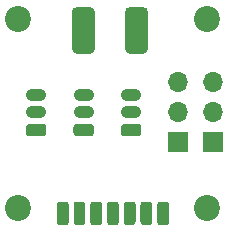
<source format=gbr>
%TF.GenerationSoftware,KiCad,Pcbnew,(5.1.9)-1*%
%TF.CreationDate,2021-10-26T22:47:50+01:00*%
%TF.ProjectId,Top hat 16mm Blade,546f7020-6861-4742-9031-366d6d20426c,rev?*%
%TF.SameCoordinates,Original*%
%TF.FileFunction,Soldermask,Top*%
%TF.FilePolarity,Negative*%
%FSLAX46Y46*%
G04 Gerber Fmt 4.6, Leading zero omitted, Abs format (unit mm)*
G04 Created by KiCad (PCBNEW (5.1.9)-1) date 2021-10-26 22:47:50*
%MOMM*%
%LPD*%
G01*
G04 APERTURE LIST*
%ADD10O,1.700000X1.700000*%
%ADD11R,1.700000X1.700000*%
%ADD12O,1.730000X1.030000*%
%ADD13C,2.200000*%
G04 APERTURE END LIST*
%TO.C,J9*%
G36*
G01*
X169000000Y-148500000D02*
X169000000Y-145500000D01*
G75*
G02*
X169500000Y-145000000I500000J0D01*
G01*
X170500000Y-145000000D01*
G75*
G02*
X171000000Y-145500000I0J-500000D01*
G01*
X171000000Y-148500000D01*
G75*
G02*
X170500000Y-149000000I-500000J0D01*
G01*
X169500000Y-149000000D01*
G75*
G02*
X169000000Y-148500000I0J500000D01*
G01*
G37*
%TD*%
%TO.C,J8*%
G36*
G01*
X164500000Y-148500000D02*
X164500000Y-145500000D01*
G75*
G02*
X165000000Y-145000000I500000J0D01*
G01*
X166000000Y-145000000D01*
G75*
G02*
X166500000Y-145500000I0J-500000D01*
G01*
X166500000Y-148500000D01*
G75*
G02*
X166000000Y-149000000I-500000J0D01*
G01*
X165000000Y-149000000D01*
G75*
G02*
X164500000Y-148500000I0J500000D01*
G01*
G37*
%TD*%
D10*
%TO.C,J14*%
X176500000Y-151370000D03*
X176500000Y-153910000D03*
D11*
X176500000Y-156450000D03*
%TD*%
D10*
%TO.C,J13*%
X173500000Y-151370000D03*
X173500000Y-153910000D03*
D11*
X173500000Y-156450000D03*
%TD*%
D12*
%TO.C,J12*%
X169545000Y-152440000D03*
X169545000Y-153940000D03*
G36*
G01*
X170160001Y-155955000D02*
X168929999Y-155955000D01*
G75*
G02*
X168680000Y-155705001I0J249999D01*
G01*
X168680000Y-155174999D01*
G75*
G02*
X168929999Y-154925000I249999J0D01*
G01*
X170160001Y-154925000D01*
G75*
G02*
X170410000Y-155174999I0J-249999D01*
G01*
X170410000Y-155705001D01*
G75*
G02*
X170160001Y-155955000I-249999J0D01*
G01*
G37*
%TD*%
%TO.C,J11*%
X165522500Y-152440000D03*
X165522500Y-153940000D03*
G36*
G01*
X166137501Y-155955000D02*
X164907499Y-155955000D01*
G75*
G02*
X164657500Y-155705001I0J249999D01*
G01*
X164657500Y-155174999D01*
G75*
G02*
X164907499Y-154925000I249999J0D01*
G01*
X166137501Y-154925000D01*
G75*
G02*
X166387500Y-155174999I0J-249999D01*
G01*
X166387500Y-155705001D01*
G75*
G02*
X166137501Y-155955000I-249999J0D01*
G01*
G37*
%TD*%
%TO.C,J10*%
X161500000Y-152440000D03*
X161500000Y-153940000D03*
G36*
G01*
X162115001Y-155955000D02*
X160884999Y-155955000D01*
G75*
G02*
X160635000Y-155705001I0J249999D01*
G01*
X160635000Y-155174999D01*
G75*
G02*
X160884999Y-154925000I249999J0D01*
G01*
X162115001Y-154925000D01*
G75*
G02*
X162365000Y-155174999I0J-249999D01*
G01*
X162365000Y-155705001D01*
G75*
G02*
X162115001Y-155955000I-249999J0D01*
G01*
G37*
%TD*%
%TO.C,J7*%
G36*
G01*
X171750000Y-163250000D02*
X171750000Y-161750000D01*
G75*
G02*
X172000000Y-161500000I250000J0D01*
G01*
X172500000Y-161500000D01*
G75*
G02*
X172750000Y-161750000I0J-250000D01*
G01*
X172750000Y-163250000D01*
G75*
G02*
X172500000Y-163500000I-250000J0D01*
G01*
X172000000Y-163500000D01*
G75*
G02*
X171750000Y-163250000I0J250000D01*
G01*
G37*
%TD*%
%TO.C,J6*%
G36*
G01*
X170333330Y-163250000D02*
X170333330Y-161750000D01*
G75*
G02*
X170583330Y-161500000I250000J0D01*
G01*
X171083330Y-161500000D01*
G75*
G02*
X171333330Y-161750000I0J-250000D01*
G01*
X171333330Y-163250000D01*
G75*
G02*
X171083330Y-163500000I-250000J0D01*
G01*
X170583330Y-163500000D01*
G75*
G02*
X170333330Y-163250000I0J250000D01*
G01*
G37*
%TD*%
%TO.C,J5*%
G36*
G01*
X168916664Y-163250000D02*
X168916664Y-161750000D01*
G75*
G02*
X169166664Y-161500000I250000J0D01*
G01*
X169666664Y-161500000D01*
G75*
G02*
X169916664Y-161750000I0J-250000D01*
G01*
X169916664Y-163250000D01*
G75*
G02*
X169666664Y-163500000I-250000J0D01*
G01*
X169166664Y-163500000D01*
G75*
G02*
X168916664Y-163250000I0J250000D01*
G01*
G37*
%TD*%
%TO.C,J4*%
G36*
G01*
X167499998Y-163250000D02*
X167499998Y-161750000D01*
G75*
G02*
X167749998Y-161500000I250000J0D01*
G01*
X168249998Y-161500000D01*
G75*
G02*
X168499998Y-161750000I0J-250000D01*
G01*
X168499998Y-163250000D01*
G75*
G02*
X168249998Y-163500000I-250000J0D01*
G01*
X167749998Y-163500000D01*
G75*
G02*
X167499998Y-163250000I0J250000D01*
G01*
G37*
%TD*%
%TO.C,J3*%
G36*
G01*
X166083332Y-163250000D02*
X166083332Y-161750000D01*
G75*
G02*
X166333332Y-161500000I250000J0D01*
G01*
X166833332Y-161500000D01*
G75*
G02*
X167083332Y-161750000I0J-250000D01*
G01*
X167083332Y-163250000D01*
G75*
G02*
X166833332Y-163500000I-250000J0D01*
G01*
X166333332Y-163500000D01*
G75*
G02*
X166083332Y-163250000I0J250000D01*
G01*
G37*
%TD*%
%TO.C,J2*%
G36*
G01*
X164666666Y-163250000D02*
X164666666Y-161750000D01*
G75*
G02*
X164916666Y-161500000I250000J0D01*
G01*
X165416666Y-161500000D01*
G75*
G02*
X165666666Y-161750000I0J-250000D01*
G01*
X165666666Y-163250000D01*
G75*
G02*
X165416666Y-163500000I-250000J0D01*
G01*
X164916666Y-163500000D01*
G75*
G02*
X164666666Y-163250000I0J250000D01*
G01*
G37*
%TD*%
%TO.C,J1*%
G36*
G01*
X163250000Y-163250000D02*
X163250000Y-161750000D01*
G75*
G02*
X163500000Y-161500000I250000J0D01*
G01*
X164000000Y-161500000D01*
G75*
G02*
X164250000Y-161750000I0J-250000D01*
G01*
X164250000Y-163250000D01*
G75*
G02*
X164000000Y-163500000I-250000J0D01*
G01*
X163500000Y-163500000D01*
G75*
G02*
X163250000Y-163250000I0J250000D01*
G01*
G37*
%TD*%
D13*
%TO.C,H4*%
X176000000Y-162000000D03*
%TD*%
%TO.C,H3*%
X176000000Y-146000000D03*
%TD*%
%TO.C,H2*%
X160000000Y-162000000D03*
%TD*%
%TO.C,H1*%
X160000000Y-146000000D03*
%TD*%
M02*

</source>
